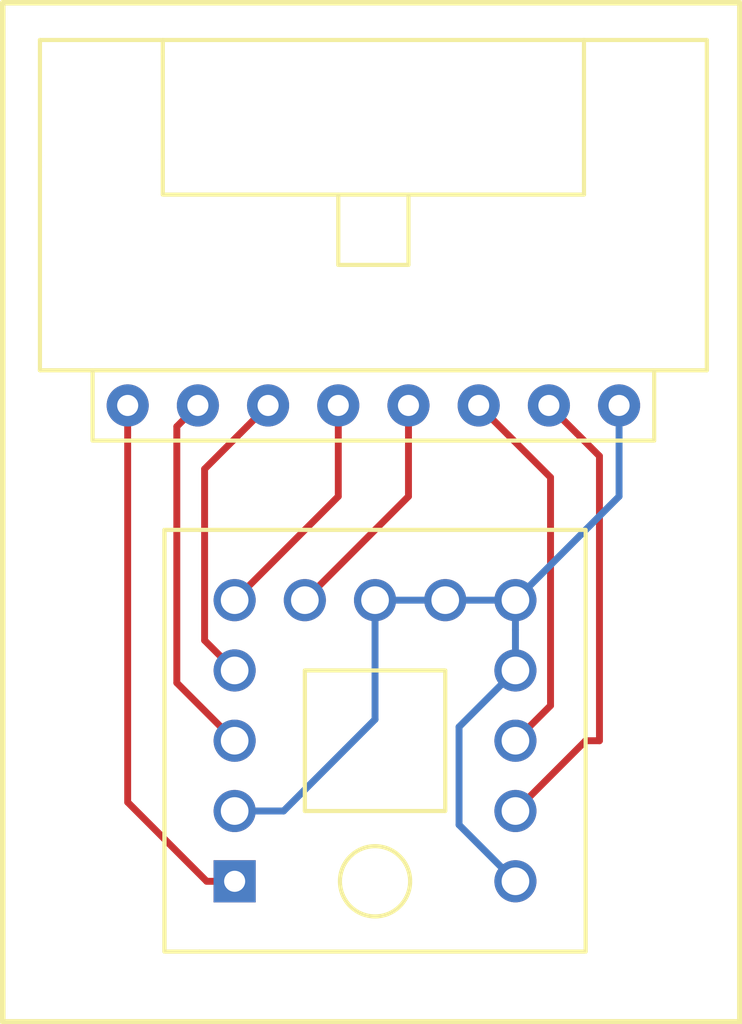
<source format=kicad_pcb>
(kicad_pcb (version 20171130) (host pcbnew "(5.0.0)")

  (general
    (thickness 1.6)
    (drawings 4)
    (tracks 32)
    (zones 0)
    (modules 2)
    (nets 9)
  )

  (page A4)
  (layers
    (0 F.Cu signal)
    (31 B.Cu signal)
    (32 B.Adhes user)
    (33 F.Adhes user)
    (34 B.Paste user)
    (35 F.Paste user)
    (36 B.SilkS user)
    (37 F.SilkS user)
    (38 B.Mask user)
    (39 F.Mask user)
    (40 Dwgs.User user)
    (41 Cmts.User user)
    (42 Eco1.User user)
    (43 Eco2.User user)
    (44 Edge.Cuts user)
    (45 Margin user)
    (46 B.CrtYd user)
    (47 F.CrtYd user)
    (48 B.Fab user)
    (49 F.Fab user)
  )

  (setup
    (last_trace_width 0.25)
    (trace_clearance 0.2)
    (zone_clearance 0.508)
    (zone_45_only no)
    (trace_min 0.2)
    (segment_width 0.2)
    (edge_width 0.15)
    (via_size 0.8)
    (via_drill 0.4)
    (via_min_size 0.4)
    (via_min_drill 0.3)
    (uvia_size 0.3)
    (uvia_drill 0.1)
    (uvias_allowed no)
    (uvia_min_size 0.2)
    (uvia_min_drill 0.1)
    (pcb_text_width 0.3)
    (pcb_text_size 1.5 1.5)
    (mod_edge_width 0.15)
    (mod_text_size 1 1)
    (mod_text_width 0.15)
    (pad_size 1.524 1.524)
    (pad_drill 0.762)
    (pad_to_mask_clearance 0.2)
    (aux_axis_origin 0 0)
    (visible_elements 7FFFFFFF)
    (pcbplotparams
      (layerselection 0x010fc_ffffffff)
      (usegerberextensions false)
      (usegerberattributes false)
      (usegerberadvancedattributes false)
      (creategerberjobfile false)
      (excludeedgelayer true)
      (linewidth 0.100000)
      (plotframeref false)
      (viasonmask false)
      (mode 1)
      (useauxorigin false)
      (hpglpennumber 1)
      (hpglpenspeed 20)
      (hpglpendiameter 15.000000)
      (psnegative false)
      (psa4output false)
      (plotreference true)
      (plotvalue true)
      (plotinvisibletext false)
      (padsonsilk false)
      (subtractmaskfromsilk false)
      (outputformat 1)
      (mirror false)
      (drillshape 1)
      (scaleselection 1)
      (outputdirectory ""))
  )

  (net 0 "")
  (net 1 "Net-(Conn1-Pad1)")
  (net 2 "Net-(Conn1-Pad2)")
  (net 3 "Net-(Conn1-Pad3)")
  (net 4 "Net-(Conn1-Pad4)")
  (net 5 "Net-(Conn1-Pad5)")
  (net 6 "Net-(Conn1-Pad6)")
  (net 7 "Net-(Conn1-Pad7)")
  (net 8 "Net-(Conn1-Pad8)")

  (net_class Default "This is the default net class."
    (clearance 0.2)
    (trace_width 0.25)
    (via_dia 0.8)
    (via_drill 0.4)
    (uvia_dia 0.3)
    (uvia_drill 0.1)
    (add_net "Net-(Conn1-Pad1)")
    (add_net "Net-(Conn1-Pad2)")
    (add_net "Net-(Conn1-Pad3)")
    (add_net "Net-(Conn1-Pad4)")
    (add_net "Net-(Conn1-Pad5)")
    (add_net "Net-(Conn1-Pad6)")
    (add_net "Net-(Conn1-Pad7)")
    (add_net "Net-(Conn1-Pad8)")
  )

  (module MRDT_Connectors:MOLEX_SL_08_Horizontal (layer F.Cu) (tedit 5B78A6F4) (tstamp 5BC9CB6F)
    (at 139.140001 97.103001)
    (path /5BBD7471)
    (fp_text reference Conn1 (at -7.62 2.54) (layer F.SilkS) hide
      (effects (font (size 1 1) (thickness 0.15)))
    )
    (fp_text value Molex_SL_08 (at 0 2.54) (layer F.Fab)
      (effects (font (size 1 1) (thickness 0.15)))
    )
    (fp_line (start -12.065 -1.27) (end 12.065 -1.27) (layer F.SilkS) (width 0.15))
    (fp_line (start -7.62 -13.208) (end -7.62 -12.7) (layer F.SilkS) (width 0.15))
    (fp_line (start -12.065 -13.208) (end 12.065 -13.208) (layer F.SilkS) (width 0.15))
    (fp_line (start -12.065 -1.27) (end -12.065 -13.208) (layer F.SilkS) (width 0.15))
    (fp_line (start 12.065 -1.27) (end 12.065 -13.208) (layer F.SilkS) (width 0.15))
    (fp_line (start -12.06 -1.27) (end -12.065 -1.27) (layer F.SilkS) (width 0.15))
    (fp_line (start -7.62 -8.89) (end -7.62 -7.62) (layer F.SilkS) (width 0.15))
    (fp_line (start -7.62 -7.62) (end 7.62 -7.62) (layer F.SilkS) (width 0.15))
    (fp_line (start 7.62 -7.62) (end 7.62 -13.208) (layer F.SilkS) (width 0.15))
    (fp_line (start -7.62 -8.89) (end -7.62 -12.7) (layer F.SilkS) (width 0.15))
    (fp_line (start -1.27 -7.62) (end -1.27 -5.08) (layer F.SilkS) (width 0.15))
    (fp_line (start -1.27 -5.08) (end 1.27 -5.08) (layer F.SilkS) (width 0.15))
    (fp_line (start 1.27 -5.08) (end 1.27 -7.62) (layer F.SilkS) (width 0.15))
    (fp_line (start 10.16 -1.27) (end 10.16 1.27) (layer F.SilkS) (width 0.15))
    (fp_line (start 10.16 1.27) (end -10.16 1.27) (layer F.SilkS) (width 0.15))
    (fp_line (start -10.16 1.27) (end -10.16 -1.27) (layer F.SilkS) (width 0.15))
    (pad 1 thru_hole circle (at -8.89 0) (size 1.524 1.524) (drill 0.762) (layers *.Cu *.Mask)
      (net 1 "Net-(Conn1-Pad1)"))
    (pad 2 thru_hole circle (at -6.35 0) (size 1.524 1.524) (drill 0.762) (layers *.Cu *.Mask)
      (net 2 "Net-(Conn1-Pad2)"))
    (pad 3 thru_hole circle (at -3.81 0) (size 1.524 1.524) (drill 0.762) (layers *.Cu *.Mask)
      (net 3 "Net-(Conn1-Pad3)"))
    (pad 4 thru_hole circle (at -1.27 0) (size 1.524 1.524) (drill 0.762) (layers *.Cu *.Mask)
      (net 4 "Net-(Conn1-Pad4)"))
    (pad 5 thru_hole circle (at 1.27 0) (size 1.524 1.524) (drill 0.762) (layers *.Cu *.Mask)
      (net 5 "Net-(Conn1-Pad5)"))
    (pad "" np_thru_hole circle (at -10.16 -8.636) (size 3.45 3.45) (drill 3.45) (layers *.Cu *.Mask))
    (pad "" np_thru_hole circle (at 10.16 -8.636) (size 3.45 3.45) (drill 3.45) (layers *.Cu *.Mask))
    (pad 6 thru_hole circle (at 3.81 0) (size 1.524 1.524) (drill 0.762) (layers *.Cu *.Mask)
      (net 6 "Net-(Conn1-Pad6)"))
    (pad 7 thru_hole circle (at 6.35 0) (size 1.524 1.524) (drill 0.762) (layers *.Cu *.Mask)
      (net 7 "Net-(Conn1-Pad7)"))
    (pad 8 thru_hole circle (at 8.89 0) (size 1.524 1.524) (drill 0.762) (layers *.Cu *.Mask)
      (net 8 "Net-(Conn1-Pad8)"))
  )

  (module MRDT_Sensors:IMU_LSM90S1 (layer F.Cu) (tedit 5AAD6DCD) (tstamp 5BC9CB8C)
    (at 146.82 101.6 180)
    (path /5BBD7441)
    (fp_text reference U1 (at 2.54 1.27 180) (layer F.SilkS) hide
      (effects (font (size 1 1) (thickness 0.15)))
    )
    (fp_text value LSM90S1 (at 7.62 -16.51 180) (layer F.Fab)
      (effects (font (size 1 1) (thickness 0.15)))
    )
    (fp_circle (center 7.62 -12.7) (end 8.89 -12.7) (layer F.SilkS) (width 0.15))
    (fp_line (start 5.08 -5.08) (end 10.16 -5.08) (layer F.SilkS) (width 0.15))
    (fp_line (start 10.16 -5.08) (end 10.16 -10.16) (layer F.SilkS) (width 0.15))
    (fp_line (start 10.16 -10.16) (end 5.08 -10.16) (layer F.SilkS) (width 0.15))
    (fp_line (start 5.08 -10.16) (end 5.08 -5.08) (layer F.SilkS) (width 0.15))
    (fp_line (start 13.97 -15.24) (end 15.24 -15.24) (layer F.SilkS) (width 0.15))
    (fp_line (start 15.24 -15.24) (end 15.24 0) (layer F.SilkS) (width 0.15))
    (fp_line (start 15.24 0) (end 13.97 0) (layer F.SilkS) (width 0.15))
    (fp_line (start 0 -15.24) (end 13.97 -15.24) (layer F.SilkS) (width 0.15))
    (fp_line (start 15.24 -15.24) (end 15.24 0) (layer F.SilkS) (width 0.15))
    (fp_line (start 13.97 0) (end 0 0) (layer F.SilkS) (width 0.15))
    (fp_line (start 0 0) (end 0 -15.24) (layer F.SilkS) (width 0.15))
    (pad 5 thru_hole circle (at 2.54 -2.54 180) (size 1.524 1.524) (drill 1) (layers *.Cu *.Mask)
      (net 8 "Net-(Conn1-Pad8)"))
    (pad 6 thru_hole circle (at 5.08 -2.54 180) (size 1.524 1.524) (drill 1) (layers *.Cu *.Mask)
      (net 8 "Net-(Conn1-Pad8)"))
    (pad 7 thru_hole circle (at 7.62 -2.54 180) (size 1.524 1.524) (drill 1) (layers *.Cu *.Mask)
      (net 8 "Net-(Conn1-Pad8)"))
    (pad 8 thru_hole circle (at 10.16 -2.54 180) (size 1.524 1.524) (drill 1) (layers *.Cu *.Mask)
      (net 5 "Net-(Conn1-Pad5)"))
    (pad 9 thru_hole circle (at 12.7 -2.54 180) (size 1.524 1.524) (drill 1) (layers *.Cu *.Mask)
      (net 4 "Net-(Conn1-Pad4)"))
    (pad 10 thru_hole circle (at 12.7 -5.08 180) (size 1.524 1.524) (drill 1) (layers *.Cu *.Mask)
      (net 3 "Net-(Conn1-Pad3)"))
    (pad 11 thru_hole circle (at 12.7 -7.62 180) (size 1.524 1.524) (drill 1) (layers *.Cu *.Mask)
      (net 2 "Net-(Conn1-Pad2)"))
    (pad 12 thru_hole circle (at 12.7 -10.16 180) (size 1.524 1.524) (drill 1) (layers *.Cu *.Mask)
      (net 8 "Net-(Conn1-Pad8)"))
    (pad 13 thru_hole rect (at 12.7 -12.7 180) (size 1.524 1.524) (drill 0.762) (layers *.Cu *.Mask)
      (net 1 "Net-(Conn1-Pad1)"))
    (pad 4 thru_hole circle (at 2.54 -5.08 180) (size 1.524 1.524) (drill 1) (layers *.Cu *.Mask)
      (net 8 "Net-(Conn1-Pad8)"))
    (pad 3 thru_hole circle (at 2.54 -7.62 180) (size 1.524 1.524) (drill 1) (layers *.Cu *.Mask)
      (net 6 "Net-(Conn1-Pad6)"))
    (pad 2 thru_hole circle (at 2.54 -10.16 180) (size 1.524 1.524) (drill 1) (layers *.Cu *.Mask)
      (net 7 "Net-(Conn1-Pad7)"))
    (pad 1 thru_hole circle (at 2.54 -12.7 180) (size 1.524 1.524) (drill 1) (layers *.Cu *.Mask)
      (net 8 "Net-(Conn1-Pad8)"))
  )

  (gr_line (start 125.73 119.38) (end 125.73 82.55) (layer F.SilkS) (width 0.2))
  (gr_line (start 152.4 119.38) (end 125.73 119.38) (layer F.SilkS) (width 0.2))
  (gr_line (start 152.4 82.55) (end 152.4 119.38) (layer F.SilkS) (width 0.2))
  (gr_line (start 125.73 82.55) (end 152.4 82.55) (layer F.SilkS) (width 0.2))

  (segment (start 133.108 114.3) (end 134.12 114.3) (width 0.25) (layer F.Cu) (net 1))
  (segment (start 130.250001 111.442001) (end 133.108 114.3) (width 0.25) (layer F.Cu) (net 1))
  (segment (start 130.250001 97.103001) (end 130.250001 111.442001) (width 0.25) (layer F.Cu) (net 1))
  (segment (start 132.028002 97.865) (end 132.790001 97.103001) (width 0.25) (layer F.Cu) (net 2))
  (segment (start 132.028002 107.128002) (end 132.028002 97.865) (width 0.25) (layer F.Cu) (net 2))
  (segment (start 134.12 109.22) (end 132.028002 107.128002) (width 0.25) (layer F.Cu) (net 2))
  (segment (start 134.568002 97.865) (end 135.330001 97.103001) (width 0.25) (layer F.Cu) (net 3))
  (segment (start 133.032999 99.400003) (end 134.568002 97.865) (width 0.25) (layer F.Cu) (net 3))
  (segment (start 133.032999 105.592999) (end 133.032999 99.400003) (width 0.25) (layer F.Cu) (net 3))
  (segment (start 134.12 106.68) (end 133.032999 105.592999) (width 0.25) (layer F.Cu) (net 3))
  (segment (start 137.870001 100.389999) (end 137.870001 97.103001) (width 0.25) (layer F.Cu) (net 4))
  (segment (start 134.12 104.14) (end 137.870001 100.389999) (width 0.25) (layer F.Cu) (net 4))
  (segment (start 140.410001 100.389999) (end 140.410001 97.103001) (width 0.25) (layer F.Cu) (net 5))
  (segment (start 136.66 104.14) (end 140.410001 100.389999) (width 0.25) (layer F.Cu) (net 5))
  (segment (start 144.28 109.22) (end 145.55 107.95) (width 0.25) (layer F.Cu) (net 6))
  (segment (start 145.55 99.703) (end 142.950001 97.103001) (width 0.25) (layer F.Cu) (net 6))
  (segment (start 145.55 107.95) (end 145.55 99.703) (width 0.25) (layer F.Cu) (net 6))
  (segment (start 145.490001 97.103001) (end 147.32 98.933) (width 0.25) (layer F.Cu) (net 7))
  (segment (start 147.32 98.933) (end 147.32 109.22) (width 0.25) (layer F.Cu) (net 7))
  (segment (start 146.82 109.22) (end 144.28 111.76) (width 0.25) (layer F.Cu) (net 7))
  (segment (start 147.32 109.22) (end 146.82 109.22) (width 0.25) (layer F.Cu) (net 7))
  (segment (start 134.12 111.76) (end 135.89 111.76) (width 0.25) (layer B.Cu) (net 8))
  (segment (start 139.2 108.45) (end 139.2 104.14) (width 0.25) (layer B.Cu) (net 8))
  (segment (start 135.89 111.76) (end 139.2 108.45) (width 0.25) (layer B.Cu) (net 8))
  (segment (start 139.2 104.14) (end 144.28 104.14) (width 0.25) (layer B.Cu) (net 8))
  (segment (start 144.28 105.21763) (end 144.28 106.68) (width 0.25) (layer B.Cu) (net 8))
  (segment (start 144.28 104.14) (end 144.28 105.21763) (width 0.25) (layer B.Cu) (net 8))
  (segment (start 148.030001 100.389999) (end 144.28 104.14) (width 0.25) (layer B.Cu) (net 8))
  (segment (start 148.030001 97.103001) (end 148.030001 100.389999) (width 0.25) (layer B.Cu) (net 8))
  (segment (start 144.28 114.3) (end 142.24 112.26) (width 0.25) (layer B.Cu) (net 8))
  (segment (start 142.24 108.72) (end 144.28 106.68) (width 0.25) (layer B.Cu) (net 8))
  (segment (start 142.24 112.26) (end 142.24 108.72) (width 0.25) (layer B.Cu) (net 8))

)

</source>
